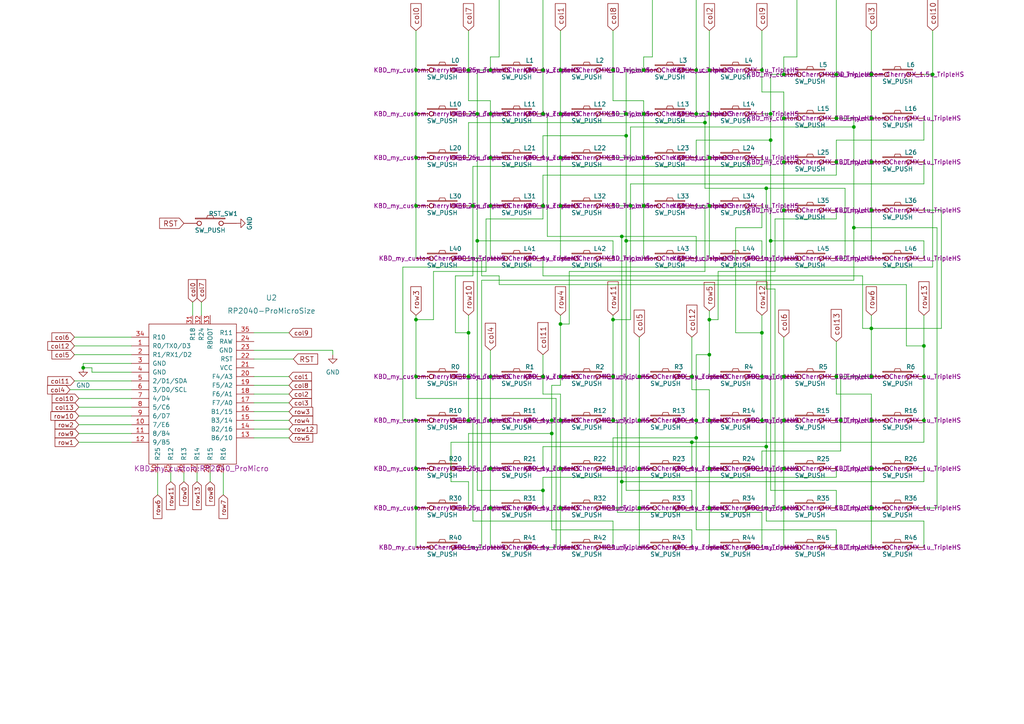
<source format=kicad_sch>
(kicad_sch (version 20231120) (generator "eeschema") (generator_version "8.0")
  (paper "A4")
  (title_block (title "Redox keyboard") (date "2018-05-05") (rev "1.0") (comment 1 "designed by Mattia Dal Ben") (comment 2 "https://github.com/mattdibi/redox-keyboard"))
  (lib_symbols
    (symbol "KBD_foostan:SW_PUSH" (pin_numbers hide) (pin_names (offset 1.016) hide)
      (property "Reference" "SW" (at 3.81 2.794 0))
      (property "Value" "SW_PUSH" (at 0 -2.032 0))
      (symbol "SW_PUSH_0_1"
        (rectangle (start -4.318 1.27) (end 4.318 1.524))
        (polyline (pts (xy -1.016 1.524) (xy -0.762 2.286) (xy 0.762 2.286) (xy 1.016 1.524)))
        (pin passive inverted (at -7.62 0 0) (length 5.08) (name "1") (number "1"))
        (pin passive inverted (at 7.62 0 180) (length 5.08) (name "2") (number "2"))
      )
    )
    (symbol "kbd:ProMicro" (pin_names (offset 1.016))
      (property "Reference" "U1" (at 22.86 26.67 0))
      (property "Value" "RP2040-ProMicroSize" (at 22.86 22.86 0))
      (symbol "ProMicro_0_1"
        (rectangle (start -12.7 19.05) (end 12.7 -21.59))
      )
      (symbol "ProMicro_1_0"
        (pin bidirectional line (at -6.35 -24.13 90) (length 2.54) (name "R12") (number "25"))
        (pin bidirectional line (at -2.54 -24.13 90) (length 2.54) (name "R13") (number "26"))
        (pin bidirectional line (at 1.27 -24.13 90) (length 2.54) (name "R14") (number "27"))
        (pin bidirectional line (at 5.08 -24.13 90) (length 2.54) (name "R15") (number "28"))
        (pin bidirectional line (at 8.89 -24.13 90) (length 2.54) (name "R16") (number "29"))
        (pin bidirectional line (at -10.16 -24.13 90) (length 2.54) (name "R25") (number "30"))
        (pin bidirectional line (at 0 21.59 270) (length 2.54) (name "R18") (number "31"))
        (pin bidirectional line (at 2.54 21.59 270) (length 2.54) (name "R24") (number "32"))
        (pin unspecified line (at 5.08 21.59 270) (length 2.54) (name "RBOOT") (number "33"))
        (pin bidirectional line (at -17.78 15.24 0) (length 5.08) (name "R10") (number "34"))
        (pin bidirectional line (at 17.78 16.51 180) (length 5.08) (name "R11") (number "35"))
      )
      (symbol "ProMicro_1_1"
        (pin bidirectional line (at -17.78 12.7 0) (length 5.08) (name "R0/TX0/D3") (number "1"))
        (pin bidirectional line (at -17.78 -10.16 0) (length 5.08) (name "7/E6") (number "10"))
        (pin bidirectional line (at -17.78 -12.7 0) (length 5.08) (name "8/B4") (number "11"))
        (pin bidirectional line (at -17.78 -15.24 0) (length 5.08) (name "9/B5") (number "12"))
        (pin bidirectional line (at 17.78 -13.97 180) (length 5.08) (name "B6/10") (number "13"))
        (pin bidirectional line (at 17.78 -11.43 180) (length 5.08) (name "B2/16") (number "14"))
        (pin bidirectional line (at 17.78 -8.89 180) (length 5.08) (name "B3/14") (number "15"))
        (pin bidirectional line (at 17.78 -6.35 180) (length 5.08) (name "B1/15") (number "16"))
        (pin bidirectional line (at 17.78 -3.81 180) (length 5.08) (name "F7/A0") (number "17"))
        (pin bidirectional line (at 17.78 -1.27 180) (length 5.08) (name "F6/A1") (number "18"))
        (pin bidirectional line (at 17.78 1.27 180) (length 5.08) (name "F5/A2") (number "19"))
        (pin bidirectional line (at -17.78 10.16 0) (length 5.08) (name "R1/RX1/D2") (number "2"))
        (pin bidirectional line (at 17.78 3.81 180) (length 5.08) (name "F4/A3") (number "20"))
        (pin power_in line (at 17.78 6.35 180) (length 5.08) (name "VCC") (number "21"))
        (pin input line (at 17.78 8.89 180) (length 5.08) (name "RST") (number "22"))
        (pin power_in line (at 17.78 11.43 180) (length 5.08) (name "GND") (number "23"))
        (pin power_out line (at 17.78 13.97 180) (length 5.08) (name "RAW") (number "24"))
        (pin power_in line (at -17.78 7.62 0) (length 5.08) (name "GND") (number "3"))
        (pin power_in line (at -17.78 5.08 0) (length 5.08) (name "GND") (number "4"))
        (pin bidirectional line (at -17.78 2.54 0) (length 5.08) (name "2/D1/SDA") (number "5"))
        (pin bidirectional line (at -17.78 0 0) (length 5.08) (name "3/D0/SCL") (number "6"))
        (pin bidirectional line (at -17.78 -2.54 0) (length 5.08) (name "4/D4") (number "7"))
        (pin bidirectional line (at -17.78 -5.08 0) (length 5.08) (name "5/C6") (number "8"))
        (pin bidirectional line (at -17.78 -7.62 0) (length 5.08) (name "6/D7") (number "9"))
      )
    )
    (symbol "power:GND" (power) (pin_names (offset 0))
      (property "Value" "GND" (at 0 -3.81 0))
      (symbol "GND_0_1"
        (polyline (pts (xy 0 0) (xy 0 -1.27) (xy 1.27 -1.27) (xy 0 -2.54) (xy -1.27 -1.27) (xy 0 -1.27)))
      )
      (symbol "GND_1_1"
        (pin power_in line (at 0 0 270) (length 0) hide (name "GND") (number "1"))
      )
    )
    (symbol "reJESK-rescue:GND" (power) (pin_names (offset 0))
      (property "Value" "GND" (at 0 -3.81 0))
      (symbol "GND_0_1"
        (polyline (pts (xy 0 0) (xy 0 -1.27) (xy 1.27 -1.27) (xy 0 -2.54) (xy -1.27 -1.27) (xy 0 -1.27)))
      )
      (symbol "GND_1_1"
        (pin power_in line (at 0 0 270) (length 0) hide (name "GND") (number "1"))
      )
    )
    (symbol "reJESK-rescue:SW_PUSH" (pin_numbers hide) (pin_names (offset 1.016) hide)
      (property "Reference" "SW" (at 3.81 2.794 0))
      (property "Value" "SW_PUSH" (at 0 -2.032 0))
      (symbol "SW_PUSH_0_1"
        (rectangle (start -4.318 1.27) (end 4.318 1.524))
        (polyline (pts (xy -1.016 1.524) (xy -0.762 2.286) (xy 0.762 2.286) (xy 1.016 1.524)))
        (pin passive inverted (at -7.62 0 0) (length 5.08) (name "1") (number "1"))
        (pin passive inverted (at 7.62 0 180) (length 5.08) (name "2") (number "2"))
      )
    )
  )
  (junction (at 180.34 139.7))
  (junction (at 160.02 121.92))
  (junction (at 252.73 147.32))
  (junction (at 162.56 147.32))
  (junction (at 162.56 109.22))
  (junction (at 247.65 36.83))
  (junction (at 120.65 20.32))
  (junction (at 120.65 59.69))
  (junction (at 242.57 21.59))
  (junction (at 243.84 121.92))
  (junction (at 204.47 35.56))
  (junction (at 142.24 135.89))
  (junction (at 181.61 69.85))
  (junction (at 138.43 69.85))
  (junction (at 162.56 59.69))
  (junction (at 220.98 121.92))
  (junction (at 162.56 33.02))
  (junction (at 201.93 33.02))
  (junction (at 220.98 20.32))
  (junction (at 223.52 69.85))
  (junction (at 205.74 92.71))
  (junction (at 137.16 59.69))
  (junction (at 205.74 20.32))
  (junction (at 185.42 135.89))
  (junction (at 252.73 121.92))
  (junction (at 160.02 125.73))
  (junction (at 242.57 109.22))
  (junction (at 223.52 40.64))
  (junction (at 222.25 129.54))
  (junction (at 135.89 109.22))
  (junction (at 120.65 135.89))
  (junction (at 157.48 20.32))
  (junction (at 142.24 33.02))
  (junction (at 267.97 121.92))
  (junction (at 120.65 109.22))
  (junction (at 120.65 45.72))
  (junction (at 182.88 59.69))
  (junction (at 181.61 39.37))
  (junction (at 186.69 20.32))
  (junction (at 181.61 33.02))
  (junction (at 142.24 109.22))
  (junction (at 120.65 92.71))
  (junction (at 242.57 46.99))
  (junction (at 227.33 60.96))
  (junction (at 142.24 45.72))
  (junction (at 205.74 102.87))
  (junction (at 201.93 127))
  (junction (at 247.65 66.04))
  (junction (at 205.74 135.89))
  (junction (at 267.97 109.22))
  (junction (at 227.33 34.29))
  (junction (at 157.48 33.02))
  (junction (at 185.42 109.22))
  (junction (at 201.93 121.92))
  (junction (at 205.74 33.02))
  (junction (at 120.65 147.32))
  (junction (at 227.33 109.22))
  (junction (at 142.24 20.32))
  (junction (at 252.73 46.99))
  (junction (at 177.8 92.71))
  (junction (at 138.43 33.02))
  (junction (at 222.25 54.61))
  (junction (at 135.89 121.92))
  (junction (at 205.74 121.92))
  (junction (at 200.66 109.22))
  (junction (at 227.33 135.89))
  (junction (at 227.33 46.99))
  (junction (at 142.24 121.92))
  (junction (at 120.65 121.92))
  (junction (at 186.69 59.69))
  (junction (at 205.74 59.69))
  (junction (at 177.8 121.92))
  (junction (at 252.73 95.25))
  (junction (at 186.69 45.72))
  (junction (at 24.13 106.68))
  (junction (at 205.74 45.72))
  (junction (at 157.48 142.24))
  (junction (at 185.42 121.92))
  (junction (at 162.56 121.92))
  (junction (at 252.73 109.22))
  (junction (at 157.48 109.22))
  (junction (at 252.73 60.96))
  (junction (at 220.98 96.52))
  (junction (at 227.33 121.92))
  (junction (at 186.69 33.02))
  (junction (at 252.73 135.89))
  (junction (at 205.74 147.32))
  (junction (at 227.33 21.59))
  (junction (at 270.51 21.59))
  (junction (at 135.89 20.32))
  (junction (at 142.24 59.69))
  (junction (at 120.65 33.02))
  (junction (at 242.57 34.29))
  (junction (at 223.52 33.02))
  (junction (at 252.73 34.29))
  (junction (at 142.24 147.32))
  (junction (at 252.73 21.59))
  (junction (at 200.66 128.27))
  (junction (at 135.89 96.52))
  (junction (at 227.33 147.32))
  (junction (at 220.98 109.22))
  (junction (at 177.8 109.22))
  (junction (at 162.56 135.89))
  (junction (at 177.8 20.32))
  (junction (at 180.34 68.58))
  (junction (at 162.56 20.32))
  (junction (at 201.93 20.32))
  (junction (at 162.56 45.72))
  (junction (at 185.42 147.32))
  (junction (at 162.56 93.98))
  (junction (at 157.48 59.69))
  (junction (at 267.97 100.33))
  (wire (pts (xy 200.66 153.67) (xy 160.02 153.67)))
  (wire (pts (xy 157.48 138.43) (xy 157.48 142.24)))
  (wire (pts (xy 186.69 45.72) (xy 186.69 33.02)))
  (wire (pts (xy 125.73 78.74) (xy 140.97 78.74)))
  (wire (pts (xy 162.56 121.92) (xy 162.56 135.89)))
  (wire (pts (xy 242.57 -1.27) (xy 242.57 21.59)))
  (wire (pts (xy 73.66 127) (xy 83.82 127)))
  (wire (pts (xy 157.48 59.69) (xy 157.48 63.5)))
  (wire (pts (xy 267.97 100.33) (xy 267.97 91.44)))
  (wire (pts (xy 227.33 109.22) (xy 227.33 121.92)))
  (wire (pts (xy 252.73 114.3) (xy 252.73 121.92)))
  (wire (pts (xy 73.66 124.46) (xy 83.82 124.46)))
  (wire (pts (xy 162.56 111.76) (xy 160.02 111.76)))
  (wire (pts (xy 267.97 139.7) (xy 267.97 135.89)))
  (wire (pts (xy 201.93 -1.27) (xy 201.93 20.32)))
  (wire (pts (xy 157.48 129.54) (xy 222.25 129.54)))
  (wire (pts (xy 158.75 33.02) (xy 157.48 33.02)))
  (wire (pts (xy 130.81 139.7) (xy 130.81 128.27)))
  (wire (pts (xy 21.59 100.33) (xy 38.1 100.33)))
  (wire (pts (xy 185.42 109.22) (xy 185.42 121.92)))
  (wire (pts (xy 273.05 95.25) (xy 273.05 60.96)))
  (wire (pts (xy 144.78 82.55) (xy 262.89 82.55)))
  (wire (pts (xy 208.28 78.74) (xy 224.79 78.74)))
  (wire (pts (xy 222.25 121.92) (xy 220.98 121.92)))
  (wire (pts (xy 142.24 29.21) (xy 142.24 33.02)))
  (wire (pts (xy 177.8 59.69) (xy 182.88 59.69)))
  (wire (pts (xy 120.65 92.71) (xy 120.65 109.22)))
  (wire (pts (xy 205.74 33.02) (xy 205.74 45.72)))
  (wire (pts (xy 231.14 16.51) (xy 227.33 16.51)))
  (wire (pts (xy 22.86 128.27) (xy 38.1 128.27)))
  (wire (pts (xy 227.33 60.96) (xy 227.33 46.99)))
  (wire (pts (xy 142.24 109.22) (xy 142.24 101.6)))
  (wire (pts (xy 162.56 33.02) (xy 162.56 45.72)))
  (wire (pts (xy 252.73 8.89) (xy 252.73 21.59)))
  (wire (pts (xy 252.73 60.96) (xy 252.73 74.93)))
  (wire (pts (xy 223.52 69.85) (xy 223.52 142.24)))
  (wire (pts (xy 220.98 109.22) (xy 220.98 96.52)))
  (wire (pts (xy 252.73 21.59) (xy 252.73 34.29)))
  (wire (pts (xy 160.02 121.92) (xy 157.48 121.92)))
  (wire (pts (xy 182.88 45.72) (xy 182.88 36.83)))
  (wire (pts (xy 220.98 69.85) (xy 181.61 69.85)))
  (wire (pts (xy 252.73 95.25) (xy 273.05 95.25)))
  (wire (pts (xy 177.8 92.71) (xy 177.8 91.44)))
  (wire (pts (xy 243.84 121.92) (xy 242.57 121.92)))
  (wire (pts (xy 250.19 80.01) (xy 250.19 95.25)))
  (wire (pts (xy 162.56 114.3) (xy 162.56 121.92)))
  (wire (pts (xy 271.78 66.04) (xy 247.65 66.04)))
  (wire (pts (xy 227.33 97.79) (xy 227.33 109.22)))
  (wire (pts (xy 200.66 109.22) (xy 200.66 113.03)))
  (wire (pts (xy 204.47 54.61) (xy 222.25 54.61)))
  (wire (pts (xy 201.93 20.32) (xy 201.93 33.02)))
  (wire (pts (xy 120.65 121.92) (xy 120.65 135.89)))
  (wire (pts (xy 22.86 125.73) (xy 38.1 125.73)))
  (wire (pts (xy 242.57 50.8) (xy 157.48 50.8)))
  (wire (pts (xy 242.57 60.96) (xy 242.57 63.5)))
  (wire (pts (xy 247.65 81.28) (xy 139.7 81.28)))
  (wire (pts (xy 139.7 158.75) (xy 135.89 158.75)))
  (wire (pts (xy 223.52 142.24) (xy 242.57 142.24)))
  (wire (pts (xy 179.07 121.92) (xy 177.8 121.92)))
  (wire (pts (xy 220.98 69.85) (xy 220.98 74.93)))
  (wire (pts (xy 224.79 147.32) (xy 220.98 147.32)))
  (wire (pts (xy 181.61 33.02) (xy 177.8 33.02)))
  (wire (pts (xy 139.7 80.01) (xy 144.78 80.01)))
  (wire (pts (xy 205.74 45.72) (xy 205.74 59.69)))
  (wire (pts (xy 271.78 147.32) (xy 271.78 66.04)))
  (wire (pts (xy 220.98 148.59) (xy 179.07 148.59)))
  (wire (pts (xy 252.73 147.32) (xy 252.73 158.75)))
  (wire (pts (xy 165.1 78.74) (xy 204.47 78.74)))
  (wire (pts (xy 200.66 128.27) (xy 200.66 135.89)))
  (wire (pts (xy 157.48 102.87) (xy 157.48 109.22)))
  (wire (pts (xy 139.7 74.93) (xy 139.7 80.01)))
  (wire (pts (xy 205.74 113.03) (xy 205.74 121.92)))
  (wire (pts (xy 182.88 59.69) (xy 182.88 92.71)))
  (wire (pts (xy 180.34 68.58) (xy 180.34 139.7)))
  (wire (pts (xy 205.74 8.89) (xy 205.74 20.32)))
  (wire (pts (xy 245.11 54.61) (xy 245.11 74.93)))
  (wire (pts (xy 162.56 45.72) (xy 162.56 59.69)))
  (wire (pts (xy 213.36 66.04) (xy 213.36 96.52)))
  (wire (pts (xy 64.77 137.16) (xy 64.77 143.51)))
  (wire (pts (xy 137.16 48.26) (xy 220.98 48.26)))
  (wire (pts (xy 96.52 101.6) (xy 96.52 102.87)))
  (wire (pts (xy 162.56 147.32) (xy 162.56 158.75)))
  (wire (pts (xy 205.74 102.87) (xy 205.74 109.22)))
  (wire (pts (xy 160.02 125.73) (xy 160.02 121.92)))
  (wire (pts (xy 204.47 78.74) (xy 204.47 59.69)))
  (wire (pts (xy 273.05 60.96) (xy 267.97 60.96)))
  (wire (pts (xy 220.98 26.67) (xy 220.98 20.32)))
  (wire (pts (xy 135.89 125.73) (xy 160.02 125.73)))
  (wire (pts (xy 185.42 147.32) (xy 185.42 158.75)))
  (wire (pts (xy 179.07 121.92) (xy 179.07 148.59)))
  (wire (pts (xy 242.57 138.43) (xy 157.48 138.43)))
  (wire (pts (xy 223.52 33.02) (xy 223.52 40.64)))
  (wire (pts (xy 177.8 74.93) (xy 177.8 69.85)))
  (wire (pts (xy 125.73 78.74) (xy 125.73 92.71)))
  (wire (pts (xy 262.89 100.33) (xy 267.97 100.33)))
  (wire (pts (xy 185.42 97.79) (xy 185.42 109.22)))
  (wire (pts (xy 227.33 121.92) (xy 227.33 135.89)))
  (wire (pts (xy 262.89 82.55) (xy 262.89 100.33)))
  (wire (pts (xy 120.65 135.89) (xy 120.65 147.32)))
  (wire (pts (xy 201.93 127) (xy 201.93 153.67)))
  (wire (pts (xy 220.98 130.81) (xy 220.98 135.89)))
  (wire (pts (xy 252.73 135.89) (xy 252.73 147.32)))
  (wire (pts (xy 205.74 102.87) (xy 201.93 102.87)))
  (wire (pts (xy 201.93 102.87) (xy 201.93 121.92)))
  (wire (pts (xy 135.89 29.21) (xy 142.24 29.21)))
  (wire (pts (xy 220.98 121.92) (xy 220.98 109.22)))
  (wire (pts (xy 177.8 121.92) (xy 177.8 109.22)))
  (wire (pts (xy 142.24 16.51) (xy 142.24 20.32)))
  (wire (pts (xy 247.65 34.29) (xy 247.65 36.83)))
  (wire (pts (xy 53.34 137.16) (xy 53.34 139.7)))
  (wire (pts (xy 55.88 87.63) (xy 55.88 91.44)))
  (wire (pts (xy 57.15 139.7) (xy 57.15 137.16)))
  (wire (pts (xy 137.16 59.69) (xy 137.16 80.01)))
  (wire (pts (xy 120.65 91.44) (xy 120.65 92.71)))
  (wire (pts (xy 205.74 92.71) (xy 208.28 92.71)))
  (wire (pts (xy 252.73 109.22) (xy 243.84 109.22)))
  (wire (pts (xy 222.25 129.54) (xy 222.25 121.92)))
  (wire (pts (xy 135.89 74.93) (xy 139.7 74.93)))
  (wire (pts (xy 160.02 111.76) (xy 160.02 121.92)))
  (wire (pts (xy 135.89 59.69) (xy 137.16 59.69)))
  (wire (pts (xy 142.24 135.89) (xy 142.24 121.92)))
  (wire (pts (xy 138.43 20.32) (xy 138.43 33.02)))
  (wire (pts (xy 242.57 21.59) (xy 242.57 34.29)))
  (wire (pts (xy 142.24 147.32) (xy 142.24 135.89)))
  (wire (pts (xy 137.16 151.13) (xy 137.16 121.92)))
  (wire (pts (xy 242.57 99.06) (xy 242.57 109.22)))
  (wire (pts (xy 205.74 59.69) (xy 205.74 74.93)))
  (wire (pts (xy 161.29 115.57) (xy 161.29 158.75)))
  (wire (pts (xy 252.73 95.25) (xy 252.73 109.22)))
  (wire (pts (xy 205.74 135.89) (xy 205.74 147.32)))
  (wire (pts (xy 223.52 40.64) (xy 223.52 69.85)))
  (wire (pts (xy 135.89 96.52) (xy 135.89 109.22)))
  (wire (pts (xy 223.52 69.85) (xy 267.97 69.85)))
  (wire (pts (xy 177.8 109.22) (xy 177.8 92.71)))
  (wire (pts (xy 177.8 29.21) (xy 177.8 20.32)))
  (wire (pts (xy 186.69 29.21) (xy 177.8 29.21)))
  (wire (pts (xy 120.65 121.92) (xy 116.84 121.92)))
  (wire (pts (xy 139.7 81.28) (xy 139.7 158.75)))
  (wire (pts (xy 186.69 20.32) (xy 181.61 20.32)))
  (wire (pts (xy 243.84 109.22) (xy 243.84 121.92)))
  (wire (pts (xy 120.65 45.72) (xy 120.65 59.69)))
  (wire (pts (xy 205.74 92.71) (xy 205.74 102.87)))
  (wire (pts (xy 132.08 80.01) (xy 132.08 96.52)))
  (wire (pts (xy 158.75 68.58) (xy 180.34 68.58)))
  (wire (pts (xy 177.8 8.89) (xy 177.8 20.32)))
  (wire (pts (xy 220.98 20.32) (xy 220.98 8.89)))
  (wire (pts (xy 224.79 63.5) (xy 224.79 78.74)))
  (wire (pts (xy 267.97 69.85) (xy 267.97 74.93)))
  (wire (pts (xy 157.48 74.93) (xy 157.48 80.01)))
  (wire (pts (xy 205.74 90.17) (xy 205.74 92.71)))
  (wire (pts (xy 73.66 104.14) (xy 85.09 104.14)))
  (wire (pts (xy 157.48 114.3) (xy 162.56 114.3)))
  (wire (pts (xy 267.97 121.92) (xy 267.97 109.22)))
  (wire (pts (xy 162.56 109.22) (xy 162.56 111.76)))
  (wire (pts (xy 142.24 33.02) (xy 142.24 45.72)))
  (wire (pts (xy 157.48 50.8) (xy 157.48 59.69)))
  (wire (pts (xy 157.48 142.24) (xy 157.48 147.32)))
  (wire (pts (xy 186.69 59.69) (xy 186.69 45.72)))
  (wire (pts (xy 205.74 147.32) (xy 205.74 158.75)))
  (wire (pts (xy 242.57 63.5) (xy 224.79 63.5)))
  (wire (pts (xy 189.23 16.51) (xy 186.69 16.51)))
  (wire (pts (xy 222.25 54.61) (xy 245.11 54.61)))
  (wire (pts (xy 135.89 8.89) (xy 135.89 20.32)))
  (wire (pts (xy 21.59 110.49) (xy 38.1 110.49)))
  (wire (pts (xy 227.33 46.99) (xy 227.33 34.29)))
  (wire (pts (xy 22.86 120.65) (xy 38.1 120.65)))
  (wire (pts (xy 49.53 139.7) (xy 49.53 137.16)))
  (wire (pts (xy 267.97 158.75) (xy 267.97 151.13)))
  (wire (pts (xy 223.52 21.59) (xy 223.52 33.02)))
  (wire (pts (xy 200.66 97.79) (xy 200.66 109.22)))
  (wire (pts (xy 182.88 92.71) (xy 177.8 92.71)))
  (wire (pts (xy 120.65 8.89) (xy 120.65 20.32)))
  (wire (pts (xy 38.1 105.41) (xy 24.13 105.41)))
  (wire (pts (xy 157.48 135.89) (xy 157.48 129.54)))
  (wire (pts (xy 270.51 21.59) (xy 267.97 21.59)))
  (wire (pts (xy 247.65 66.04) (xy 247.65 81.28)))
  (wire (pts (xy 137.16 59.69) (xy 137.16 48.26)))
  (wire (pts (xy 267.97 53.34) (xy 267.97 46.99)))
  (wire (pts (xy 38.1 107.95) (xy 26.67 107.95)))
  (wire (pts (xy 267.97 147.32) (xy 271.78 147.32)))
  (wire (pts (xy 243.84 130.81) (xy 220.98 130.81)))
  (wire (pts (xy 204.47 35.56) (xy 204.47 54.61)))
  (wire (pts (xy 252.73 121.92) (xy 252.73 135.89)))
  (wire (pts (xy 138.43 33.02) (xy 138.43 69.85)))
  (wire (pts (xy 162.56 135.89) (xy 162.56 147.32)))
  (wire (pts (xy 138.43 69.85) (xy 138.43 142.24)))
  (wire (pts (xy 242.57 46.99) (xy 242.57 50.8)))
  (wire (pts (xy 181.61 69.85) (xy 181.61 142.24)))
  (wire (pts (xy 157.48 39.37) (xy 181.61 39.37)))
  (wire (pts (xy 181.61 20.32) (xy 181.61 33.02)))
  (wire (pts (xy 73.66 119.38) (xy 83.82 119.38)))
  (wire (pts (xy 177.8 151.13) (xy 137.16 151.13)))
  (wire (pts (xy 220.98 96.52) (xy 220.98 91.44)))
  (wire (pts (xy 165.1 78.74) (xy 165.1 93.98)))
  (wire (pts (xy 181.61 142.24) (xy 200.66 142.24)))
  (wire (pts (xy 142.24 20.32) (xy 138.43 20.32)))
  (wire (pts (xy 22.86 118.11) (xy 38.1 118.11)))
  (wire (pts (xy 182.88 53.34) (xy 182.88 59.69)))
  (wire (pts (xy 158.75 68.58) (xy 158.75 33.02)))
  (wire (pts (xy 242.57 142.24) (xy 242.57 147.32)))
  (wire (pts (xy 242.57 109.22) (xy 242.57 114.3)))
  (wire (pts (xy 138.43 33.02) (xy 135.89 33.02)))
  (wire (pts (xy 162.56 20.32) (xy 162.56 33.02)))
  (wire (pts (xy 224.79 83.82) (xy 224.79 147.32)))
  (wire (pts (xy 142.24 45.72) (xy 142.24 59.69)))
  (wire (pts (xy 120.65 147.32) (xy 120.65 158.75)))
  (wire (pts (xy 157.48 45.72) (xy 157.48 39.37)))
  (wire (pts (xy 200.66 142.24) (xy 200.66 147.32)))
  (wire (pts (xy 220.98 66.04) (xy 213.36 66.04)))
  (wire (pts (xy 162.56 59.69) (xy 162.56 74.93)))
  (wire (pts (xy 21.59 102.87) (xy 38.1 102.87)))
  (wire (pts (xy 73.66 114.3) (xy 83.82 114.3)))
  (wire (pts (xy 142.24 147.32) (xy 142.24 158.75)))
  (wire (pts (xy 250.19 95.25) (xy 252.73 95.25)))
  (wire (pts (xy 144.78 16.51) (xy 142.24 16.51)))
  (wire (pts (xy 201.93 121.92) (xy 200.66 121.92)))
  (wire (pts (xy 220.98 59.69) (xy 220.98 66.04)))
  (wire (pts (xy 177.8 45.72) (xy 182.88 45.72)))
  (wire (pts (xy 227.33 16.51) (xy 227.33 21.59)))
  (wire (pts (xy 116.84 77.47) (xy 116.84 121.92)))
  (wire (pts (xy 162.56 91.44) (xy 162.56 93.98)))
  (wire (pts (xy 227.33 74.93) (xy 227.33 60.96)))
  (wire (pts (xy 220.98 48.26) (xy 220.98 45.72)))
  (wire (pts (xy 135.89 20.32) (xy 135.89 29.21)))
  (wire (pts (xy 24.13 105.41) (xy 24.13 106.68)))
  (wire (pts (xy 270.51 77.47) (xy 270.51 21.59)))
  (wire (pts (xy 22.86 115.57) (xy 38.1 115.57)))
  (wire (pts (xy 220.98 158.75) (xy 220.98 148.59)))
  (wire (pts (xy 227.33 26.67) (xy 220.98 26.67)))
  (wire (pts (xy 222.25 83.82) (xy 224.79 83.82)))
  (wire (pts (xy 26.67 106.68) (xy 24.13 106.68)))
  (wire (pts (xy 120.65 59.69) (xy 120.65 74.93)))
  (wire (pts (xy 73.66 116.84) (xy 83.82 116.84)))
  (wire (pts (xy 177.8 158.75) (xy 177.8 151.13)))
  (wire (pts (xy 182.88 53.34) (xy 267.97 53.34)))
  (wire (pts (xy 135.89 91.44) (xy 135.89 96.52)))
  (wire (pts (xy 180.34 68.58) (xy 201.93 68.58)))
  (wire (pts (xy 135.89 147.32) (xy 135.89 139.7)))
  (wire (pts (xy 267.97 109.22) (xy 267.97 100.33)))
  (wire (pts (xy 58.42 91.44) (xy 58.42 87.63)))
  (wire (pts (xy 252.73 91.44) (xy 252.73 95.25)))
  (wire (pts (xy 247.65 36.83) (xy 247.65 66.04)))
  (wire (pts (xy 83.82 96.52) (xy 73.66 96.52)))
  (wire (pts (xy 120.65 33.02) (xy 120.65 45.72)))
  (wire (pts (xy 204.47 59.69) (xy 201.93 59.69)))
  (wire (pts (xy 135.89 135.89) (xy 135.89 125.73)))
  (wire (pts (xy 200.66 158.75) (xy 200.66 153.67)))
  (wire (pts (xy 245.11 74.93) (xy 242.57 74.93)))
  (wire (pts (xy 73.66 111.76) (xy 83.82 111.76)))
  (wire (pts (xy 223.52 33.02) (xy 220.98 33.02)))
  (wire (pts (xy 222.25 151.13) (xy 222.25 129.54)))
  (wire (pts (xy 96.52 101.6) (xy 73.66 101.6)))
  (wire (pts (xy 204.47 33.02) (xy 204.47 35.56)))
  (wire (pts (xy 181.61 39.37) (xy 181.61 69.85)))
  (wire (pts (xy 157.48 63.5) (xy 140.97 63.5)))
  (wire (pts (xy 185.42 135.89) (xy 185.42 147.32)))
  (wire (pts (xy 45.72 137.16) (xy 45.72 143.51)))
  (wire (pts (xy 267.97 34.29) (xy 267.97 40.64)))
  (wire (pts (xy 205.74 121.92) (xy 205.74 135.89)))
  (wire (pts (xy 177.8 127) (xy 177.8 135.89)))
  (wire (pts (xy 186.69 74.93) (xy 186.69 59.69)))
  (wire (pts (xy 267.97 121.92) (xy 267.97 128.27)))
  (wire (pts (xy 137.16 121.92) (xy 135.89 121.92)))
  (wire (pts (xy 213.36 96.52) (xy 220.98 96.52)))
  (wire (pts (xy 162.56 93.98) (xy 162.56 109.22)))
  (wire (pts (xy 83.82 109.22) (xy 73.66 109.22)))
  (wire (pts (xy 20.32 113.03) (xy 38.1 113.03)))
  (wire (pts (xy 120.65 109.22) (xy 120.65 115.57)))
  (wire (pts (xy 208.28 92.71) (xy 208.28 78.74)))
  (wire (pts (xy 231.14 -1.27) (xy 231.14 16.51)))
  (wire (pts (xy 242.57 34.29) (xy 247.65 34.29)))
  (wire (pts (xy 200.66 128.27) (xy 267.97 128.27)))
  (wire (pts (xy 162.56 8.89) (xy 162.56 20.32)))
  (wire (pts (xy 205.74 20.32) (xy 205.74 33.02)))
  (wire (pts (xy 242.57 40.64) (xy 242.57 46.99)))
  (wire (pts (xy 130.81 128.27) (xy 200.66 128.27)))
  (wire (pts (xy 180.34 139.7) (xy 180.34 147.32)))
  (wire (pts (xy 189.23 -1.27) (xy 189.23 16.51)))
  (wire (pts (xy 201.93 74.93) (xy 201.93 68.58)))
  (wire (pts (xy 227.33 135.89) (xy 227.33 147.32)))
  (wire (pts (xy 132.08 96.52) (xy 135.89 96.52)))
  (wire (pts (xy 182.88 36.83) (xy 247.65 36.83)))
  (wire (pts (xy 270.51 8.89) (xy 270.51 21.59)))
  (wire (pts (xy 160.02 153.67) (xy 160.02 125.73)))
  (wire (pts (xy 201.93 121.92) (xy 201.93 127)))
  (wire (pts (xy 177.8 127) (xy 201.93 127)))
  (wire (pts (xy 185.42 121.92) (xy 185.42 135.89)))
  (wire (pts (xy 201.93 153.67) (xy 242.57 153.67)))
  (wire (pts (xy 201.93 40.64) (xy 201.93 45.72)))
  (wire (pts (xy 137.16 80.01) (xy 132.08 80.01)))
  (wire (pts (xy 157.48 80.01) (xy 250.19 80.01)))
  (wire (pts (xy 144.78 80.01) (xy 144.78 82.55)))
  (wire (pts (xy 201.93 33.02) (xy 204.47 33.02)))
  (wire (pts (xy 267.97 40.64) (xy 242.57 40.64)))
  (wire (pts (xy 135.89 45.72) (xy 135.89 35.56)))
  (wire (pts (xy 26.67 107.95) (xy 26.67 106.68)))
  (wire (pts (xy 242.57 114.3) (xy 252.73 114.3)))
  (wire (pts (xy 140.97 78.74) (xy 140.97 63.5)))
  (wire (pts (xy 186.69 16.51) (xy 186.69 20.32)))
  (wire (pts (xy 157.48 20.32) (xy 157.48 33.02)))
  (wire (pts (xy 165.1 93.98) (xy 162.56 93.98)))
  (wire (pts (xy 242.57 135.89) (xy 242.57 138.43)))
  (wire (pts (xy 142.24 121.92) (xy 142.24 109.22)))
  (wire (pts (xy 227.33 147.32) (xy 227.33 158.75)))
  (wire (pts (xy 227.33 34.29) (xy 227.33 26.67)))
  (wire (pts (xy 267.97 151.13) (xy 222.25 151.13)))
  (wire (pts (xy 200.66 113.03) (xy 205.74 113.03)))
  (wire (pts (xy 73.66 121.92) (xy 83.82 121.92)))
  (wire (pts (xy 21.59 97.79) (xy 38.1 97.79)))
  (wire (pts (xy 144.78 -2.54) (xy 144.78 16.51)))
  (wire (pts (xy 116.84 77.47) (xy 270.51 77.47)))
  (wire (pts (xy 186.69 33.02) (xy 186.69 29.21)))
  (wire (pts (xy 125.73 92.71) (xy 120.65 92.71)))
  (wire (pts (xy 181.61 39.37) (xy 181.61 33.02)))
  (wire (pts (xy 135.89 109.22) (xy 135.89 121.92)))
  (wire (pts (xy 243.84 121.92) (xy 243.84 130.81)))
  (wire (pts (xy 242.57 153.67) (xy 242.57 158.75)))
  (wire (pts (xy 138.43 142.24) (xy 157.48 142.24)))
  (wire (pts (xy 180.34 147.32) (xy 177.8 147.32)))
  (wire (pts (xy 157.48 109.22) (xy 157.48 114.3)))
  (wire (pts (xy 157.48 20.32) (xy 157.48 -2.54)))
  (wire (pts (xy 252.73 46.99) (xy 252.73 60.96)))
  (wire (pts (xy 180.34 139.7) (xy 267.97 139.7)))
  (wire (pts (xy 222.25 54.61) (xy 222.25 83.82)))
  (wire (pts (xy 227.33 21.59) (xy 223.52 21.59)))
  (wire (pts (xy 142.24 59.69) (xy 142.24 74.93)))
  (wire (pts (xy 120.65 115.57) (xy 161.29 115.57)))
  (wire (pts (xy 120.65 20.32) (xy 120.65 33.02)))
  (wire (pts (xy 223.52 40.64) (xy 201.93 40.64)))
  (wire (pts (xy 22.86 123.19) (xy 38.1 123.19)))
  (wire (pts (xy 161.29 158.75) (xy 157.48 158.75)))
  (wire (pts (xy 60.96 139.7) (xy 60.96 137.16)))
  (wire (pts (xy 138.43 69.85) (xy 177.8 69.85)))
  (wire (pts (xy 135.89 35.56) (xy 204.47 35.56)))
  (wire (pts (xy 135.89 139.7) (xy 130.81 139.7)))
  (wire (pts (xy 252.73 34.29) (xy 252.73 46.99)))
  (global_label "row3" (shape input) (at 83.82 119.38 0) (property "Intersheetrefs" "${INTERSHEET_REFS}" (effects (hide yes))))
  (global_label "row4" (shape input) (at 83.82 121.92 0) (property "Intersheetrefs" "${INTERSHEET_REFS}" (effects (hide yes))))
  (global_label "col1" (shape input) (at 83.82 109.22 0) (property "Intersheetrefs" "${INTERSHEET_REFS}" (effects (hide yes))))
  (global_label "row10" (shape input) (at 22.86 120.65 180) (property "Intersheetrefs" "${INTERSHEET_REFS}" (effects (hide yes))))
  (global_label "col10" (shape input) (at 270.51 8.89 90) (effects (font (size 1.524 1.524))) (property "Intersheetrefs" "${INTERSHEET_REFS}" (effects (hide yes))))
  (global_label "col13" (shape input) (at 22.86 118.11 180) (property "Intersheetrefs" "${INTERSHEET_REFS}" (effects (hide yes))))
  (global_label "col6" (shape input) (at 227.33 97.79 90) (effects (font (size 1.524 1.524))) (property "Intersheetrefs" "${INTERSHEET_REFS}" (effects (hide yes))))
  (global_label "col12" (shape input) (at 200.66 97.79 90) (effects (font (size 1.524 1.524))) (property "Intersheetrefs" "${INTERSHEET_REFS}" (effects (hide yes))))
  (global_label "RST" (shape input) (at 85.09 104.14 0) (effects (font (size 1.524 1.524))) (property "Intersheetrefs" "${INTERSHEET_REFS}" (effects (hide yes))))
  (global_label "RST" (shape input) (at 53.34 64.77 180) (effects (font (size 1.524 1.524))) (property "Intersheetrefs" "${INTERSHEET_REFS}" (effects (hide yes))))
  (global_label "row9" (shape input) (at 242.57 -1.27 90) (effects (font (size 1.524 1.524))) (property "Intersheetrefs" "${INTERSHEET_REFS}" (effects (hide yes))))
  (global_label "row3" (shape input) (at 120.65 91.44 90) (effects (font (size 1.524 1.524))) (property "Intersheetrefs" "${INTERSHEET_REFS}" (effects (hide yes))))
  (global_label "row0" (shape input) (at 53.34 139.7 270) (property "Intersheetrefs" "${INTERSHEET_REFS}" (effects (hide yes))))
  (global_label "col4" (shape input) (at 20.32 113.03 180) (property "Intersheetrefs" "${INTERSHEET_REFS}" (effects (hide yes))))
  (global_label "row8" (shape input) (at 60.96 139.7 270) (property "Intersheetrefs" "${INTERSHEET_REFS}" (effects (hide yes))))
  (global_label "row12" (shape input) (at 220.98 91.44 90) (effects (font (size 1.524 1.524))) (property "Intersheetrefs" "${INTERSHEET_REFS}" (effects (hide yes))))
  (global_label "row13" (shape input) (at 267.97 91.44 90) (effects (font (size 1.524 1.524))) (property "Intersheetrefs" "${INTERSHEET_REFS}" (effects (hide yes))))
  (global_label "col1" (shape input) (at 162.56 8.89 90) (effects (font (size 1.524 1.524))) (property "Intersheetrefs" "${INTERSHEET_REFS}" (effects (hide yes))))
  (global_label "row1" (shape input) (at 189.23 -1.27 90) (effects (font (size 1.524 1.524))) (property "Intersheetrefs" "${INTERSHEET_REFS}" (effects (hide yes))))
  (global_label "col9" (shape input) (at 220.98 8.89 90) (effects (font (size 1.524 1.524))) (property "Intersheetrefs" "${INTERSHEET_REFS}" (effects (hide yes))))
  (global_label "row6" (shape input) (at 45.72 143.51 270) (property "Intersheetrefs" "${INTERSHEET_REFS}" (effects (hide yes))))
  (global_label "col8" (shape input) (at 83.82 111.76 0) (property "Intersheetrefs" "${INTERSHEET_REFS}" (effects (hide yes))))
  (global_label "col11" (shape input) (at 157.48 102.87 90) (effects (font (size 1.524 1.524))) (property "Intersheetrefs" "${INTERSHEET_REFS}" (effects (hide yes))))
  (global_label "col7" (shape input) (at 58.42 87.63 90) (property "Intersheetrefs" "${INTERSHEET_REFS}" (effects (hide yes))))
  (global_label "col4" (shape input) (at 142.24 101.6 90) (effects (font (size 1.524 1.524))) (property "Intersheetrefs" "${INTERSHEET_REFS}" (effects (hide yes))))
  (global_label "col10" (shape input) (at 22.86 115.57 180) (property "Intersheetrefs" "${INTERSHEET_REFS}" (effects (hide yes))))
  (global_label "col12" (shape input) (at 21.59 100.33 180) (property "Intersheetrefs" "${INTERSHEET_REFS}" (effects (hide yes))))
  (global_label "row2" (shape input) (at 22.86 123.19 180) (property "Intersheetrefs" "${INTERSHEET_REFS}" (effects (hide yes))))
  (global_label "row4" (shape input) (at 162.56 91.44 90) (effects (font (size 1.524 1.524))) (property "Intersheetrefs" "${INTERSHEET_REFS}" (effects (hide yes))))
  (global_label "row11" (shape input) (at 177.8 91.44 90) (effects (font (size 1.524 1.524))) (property "Intersheetrefs" "${INTERSHEET_REFS}" (effects (hide yes))))
  (global_label "col11" (shape input) (at 21.59 110.49 180) (property "Intersheetrefs" "${INTERSHEET_REFS}" (effects (hide yes))))
  (global_label "col8" (shape input) (at 177.8 8.89 90) (effects (font (size 1.524 1.524))) (property "Intersheetrefs" "${INTERSHEET_REFS}" (effects (hide yes))))
  (global_label "col5" (shape input) (at 185.42 97.79 90) (effects (font (size 1.524 1.524))) (property "Intersheetrefs" "${INTERSHEET_REFS}" (effects (hide yes))))
  (global_label "col3" (shape input) (at 252.73 8.89 90) (effects (font (size 1.524 1.524))) (property "Intersheetrefs" "${INTERSHEET_REFS}" (effects (hide yes))))
  (global_label "row13" (shape input) (at 57.15 139.7 270) (property "Intersheetrefs" "${INTERSHEET_REFS}" (effects (hide yes))))
  (global_label "row10" (shape input) (at 135.89 91.44 90) (effects (font (size 1.524 1.524))) (property "Intersheetrefs" "${INTERSHEET_REFS}" (effects (hide yes))))
  (global_label "col6" (shape input) (at 21.59 97.79 180) (property "Intersheetrefs" "${INTERSHEET_REFS}" (effects (hide yes))))
  (global_label "row6" (shape input) (at 252.73 91.44 90) (effects (font (size 1.524 1.524))) (property "Intersheetrefs" "${INTERSHEET_REFS}" (effects (hide yes))))
  (global_label "row2" (shape input) (at 231.14 -1.27 90) (effects (font (size 1.524 1.524))) (property "Intersheetrefs" "${INTERSHEET_REFS}" (effects (hide yes))))
  (global_label "col5" (shape input) (at 21.59 102.87 180) (property "Intersheetrefs" "${INTERSHEET_REFS}" (effects (hide yes))))
  (global_label "row5" (shape input) (at 83.82 127 0) (property "Intersheetrefs" "${INTERSHEET_REFS}" (effects (hide yes))))
  (global_label "col7" (shape input) (at 135.89 8.89 90) (effects (font (size 1.524 1.524))) (property "Intersheetrefs" "${INTERSHEET_REFS}" (effects (hide yes))))
  (global_label "row12" (shape input) (at 83.82 124.46 0) (property "Intersheetrefs" "${INTERSHEET_REFS}" (effects (hide yes))))
  (global_label "col2" (shape input) (at 205.74 8.89 90) (effects (font (size 1.524 1.524))) (property "Intersheetrefs" "${INTERSHEET_REFS}" (effects (hide yes))))
  (global_label "row11" (shape input) (at 49.53 139.7 270) (property "Intersheetrefs" "${INTERSHEET_REFS}" (effects (hide yes))))
  (global_label "col2" (shape input) (at 83.82 114.3 0) (property "Intersheetrefs" "${INTERSHEET_REFS}" (effects (hide yes))))
  (global_label "row1" (shape input) (at 22.86 128.27 180) (property "Intersheetrefs" "${INTERSHEET_REFS}" (effects (hide yes))))
  (global_label "row0" (shape input) (at 144.78 -2.54 90) (effects (font (size 1.524 1.524))) (property "Intersheetrefs" "${INTERSHEET_REFS}" (effects (hide yes))))
  (global_label "col3" (shape input) (at 83.82 116.84 0) (property "Intersheetrefs" "${INTERSHEET_REFS}" (effects (hide yes))))
  (global_label "row9" (shape input) (at 22.86 125.73 180) (property "Intersheetrefs" "${INTERSHEET_REFS}" (effects (hide yes))))
  (global_label "row5" (shape input) (at 205.74 90.17 90) (effects (font (size 1.524 1.524))) (property "Intersheetrefs" "${INTERSHEET_REFS}" (effects (hide yes))))
  (global_label "col13" (shape input) (at 242.57 99.06 90) (effects (font (size 1.524 1.524))) (property "Intersheetrefs" "${INTERSHEET_REFS}" (effects (hide yes))))
  (global_label "row8" (shape input) (at 201.93 -1.27 90) (effects (font (size 1.524 1.524))) (property "Intersheetrefs" "${INTERSHEET_REFS}" (effects (hide yes))))
  (global_label "row7" (shape input) (at 64.77 143.51 270) (property "Intersheetrefs" "${INTERSHEET_REFS}" (effects (hide yes))))
  (global_label "row7" (shape input) (at 157.48 -2.54 90) (effects (font (size 1.524 1.524))) (property "Intersheetrefs" "${INTERSHEET_REFS}" (effects (hide yes))))
  (global_label "col9" (shape input) (at 83.82 96.52 0) (property "Intersheetrefs" "${INTERSHEET_REFS}" (effects (hide yes))))
  (global_label "col0" (shape input) (at 120.65 8.89 90) (effects (font (size 1.524 1.524))) (property "Intersheetrefs" "${INTERSHEET_REFS}" (effects (hide yes))))
  (global_label "col0" (shape input) (at 55.88 87.63 90) (property "Intersheetrefs" "${INTERSHEET_REFS}" (effects (hide yes))))
  (symbol (lib_id "reJESK-rescue:SW_PUSH") (at 60.96 64.77 0) (unit 1)
    (property "Reference" "RST_SW1" (at 64.77 61.976 0))
    (property "Value" "SW_PUSH" (at 60.96 66.802 0))
    (property "Footprint" "Buttons_Switches_ThroughHole:SW_PUSH_6mm_h4.3mm" (effects (hide yes)))
  )
  (symbol (lib_id "KBD_foostan:SW_PUSH") (at 128.27 20.32 0) (unit 1)
    (property "Reference" "L0" (at 132.08 17.526 0))
    (property "Value" "SW_PUSH" (at 128.27 22.352 0))
    (property "Footprint" "KBD_my_custom:CherryMX_1.25u_TripleHS" (at 128.27 20.32 0))
  )
  (symbol (lib_id "reJESK-rescue:GND") (at 68.58 64.77 90) (unit 1)
    (property "Reference" "#PWR05" (effects (hide yes)))
    (property "Value" "GND" (at 72.39 64.77 0))
  )
  (symbol (lib_id "KBD_foostan:SW_PUSH") (at 260.35 60.96 0) (unit 1)
    (property "Reference" "L36" (at 264.16 58.166 0))
    (property "Value" "SW_PUSH" (at 260.35 62.992 0))
    (property "Footprint" "KBD_my_custom:CherryMX_1u_TripleHS" (at 260.35 60.96 0))
  )
  (symbol (lib_id "KBD_foostan:SW_PUSH") (at 260.35 46.99 0) (unit 1)
    (property "Reference" "L26" (at 264.16 44.196 0))
    (property "Value" "SW_PUSH" (at 260.35 49.022 0))
    (property "Footprint" "KBD_my_custom:CherryMX_1u_TripleHS" (at 260.35 46.99 0))
  )
  (symbol (lib_id "KBD_foostan:SW_PUSH") (at 193.04 147.32 0) (unit 1)
    (property "Reference" "R33" (at 196.85 144.526 0))
    (property "Value" "SW_PUSH" (at 193.04 149.352 0))
    (property "Footprint" "KBD_my_custom:CherryMX_1u_TripleHS" (at 193.04 147.32 0))
  )
  (symbol (lib_id "KBD_foostan:SW_PUSH") (at 194.31 33.02 0) (unit 1)
    (property "Reference" "L13" (at 198.12 30.226 0))
    (property "Value" "SW_PUSH" (at 194.31 35.052 0))
    (property "Footprint" "KBD_my_custom:CherryMX_1u_TripleHS" (at 194.31 33.02 0))
  )
  (symbol (lib_id "KBD_foostan:SW_PUSH") (at 260.35 158.75 0) (unit 1)
    (property "Reference" "R46" (at 264.16 155.956 0))
    (property "Value" "SW_PUSH" (at 260.35 160.782 0))
    (property "Footprint" "KBD_my_custom:CherryMX_1u_TripleHS" (at 260.35 158.75 0))
  )
  (symbol (lib_id "KBD_foostan:SW_PUSH") (at 213.36 74.93 0) (unit 1)
    (property "Reference" "L44" (at 217.17 72.136 0))
    (property "Value" "SW_PUSH" (at 213.36 76.962 0))
    (property "Footprint" "KBD_my_custom:CherryMX_1u_TripleHS" (at 213.36 74.93 0))
  )
  (symbol (lib_id "KBD_foostan:SW_PUSH") (at 213.36 45.72 0) (unit 1)
    (property "Reference" "L24" (at 217.17 42.926 0))
    (property "Value" "SW_PUSH" (at 213.36 47.752 0))
    (property "Footprint" "KBD_my_custom:CherryMX_1u_TripleHS" (at 213.36 45.72 0))
  )
  (symbol (lib_id "KBD_foostan:SW_PUSH") (at 128.27 109.22 0) (unit 1)
    (property "Reference" "R0" (at 132.08 106.426 0))
    (property "Value" "SW_PUSH" (at 128.27 111.252 0))
    (property "Footprint" "KBD_my_custom:CherryMX_1.25u_TripleHS" (at 128.27 109.22 0))
  )
  (symbol (lib_id "KBD_foostan:SW_PUSH") (at 170.18 20.32 0) (unit 1)
    (property "Reference" "L2" (at 173.99 17.526 0))
    (property "Value" "SW_PUSH" (at 170.18 22.352 0))
    (property "Footprint" "KBD_my_custom:CherryMX_1u_TripleHS" (at 170.18 20.32 0))
  )
  (symbol (lib_id "KBD_foostan:SW_PUSH") (at 193.04 135.89 0) (unit 1)
    (property "Reference" "R23" (at 196.85 133.096 0))
    (property "Value" "SW_PUSH" (at 193.04 137.922 0))
    (property "Footprint" "KBD_my_custom:CherryMX_1u_TripleHS" (at 193.04 135.89 0))
  )
  (symbol (lib_id "KBD_foostan:SW_PUSH") (at 149.86 135.89 0) (unit 1)
    (property "Reference" "R21" (at 153.67 133.096 0))
    (property "Value" "SW_PUSH" (at 149.86 137.922 0))
    (property "Footprint" "KBD_my_custom:CherryMX_1u_TripleHS" (at 149.86 135.89 0))
  )
  (symbol (lib_id "KBD_foostan:SW_PUSH") (at 194.31 59.69 0) (unit 1)
    (property "Reference" "L33" (at 198.12 56.896 0))
    (property "Value" "SW_PUSH" (at 194.31 61.722 0))
    (property "Footprint" "KBD_my_custom:CherryMX_1u_TripleHS" (at 194.31 59.69 0))
  )
  (symbol (lib_id "KBD_foostan:SW_PUSH") (at 213.36 135.89 0) (unit 1)
    (property "Reference" "R24" (at 217.17 133.096 0))
    (property "Value" "SW_PUSH" (at 213.36 137.922 0))
    (property "Footprint" "KBD_my_custom:CherryMX_1u_TripleHS" (at 213.36 135.89 0))
  )
  (symbol (lib_id "KBD_foostan:SW_PUSH") (at 128.27 74.93 0) (unit 1)
    (property "Reference" "L40" (at 132.08 72.136 0))
    (property "Value" "SW_PUSH" (at 128.27 76.962 0))
    (property "Footprint" "KBD_my_custom:CherryMX_1u_TripleHS" (at 128.27 74.93 0))
  )
  (symbol (lib_id "KBD_foostan:SW_PUSH") (at 260.35 74.93 0) (unit 1)
    (property "Reference" "L46" (at 264.16 72.136 0))
    (property "Value" "SW_PUSH" (at 260.35 76.962 0))
    (property "Footprint" "KBD_my_custom:CherryMX_1u_TripleHS" (at 260.35 74.93 0))
  )
  (symbol (lib_id "KBD_foostan:SW_PUSH") (at 260.35 21.59 0) (unit 1)
    (property "Reference" "L6" (at 264.16 18.796 0))
    (property "Value" "SW_PUSH" (at 260.35 23.622 0))
    (property "Footprint" "KBD_my_custom:CherryMX_1.5u_TripleHS" (at 260.35 21.59 0))
  )
  (symbol (lib_id "KBD_foostan:SW_PUSH") (at 213.36 59.69 0) (unit 1)
    (property "Reference" "L34" (at 217.17 56.896 0))
    (property "Value" "SW_PUSH" (at 213.36 61.722 0))
    (property "Footprint" "KBD_my_custom:CherryMX_1u_TripleHS" (at 213.36 59.69 0))
  )
  (symbol (lib_id "KBD_foostan:SW_PUSH") (at 213.36 109.22 0) (unit 1)
    (property "Reference" "R4" (at 217.17 106.426 0))
    (property "Value" "SW_PUSH" (at 213.36 111.252 0))
    (property "Footprint" "KBD_my_custom:CherryMX_1u_TripleHS" (at 213.36 109.22 0))
  )
  (symbol (lib_id "KBD_foostan:SW_PUSH") (at 149.86 59.69 0) (unit 1)
    (property "Reference" "L31" (at 153.67 56.896 0))
    (property "Value" "SW_PUSH" (at 149.86 61.722 0))
    (property "Footprint" "KBD_my_custom:CherryMX_1u_TripleHS" (at 149.86 59.69 0))
  )
  (symbol (lib_id "KBD_foostan:SW_PUSH") (at 213.36 147.32 0) (unit 1)
    (property "Reference" "R34" (at 217.17 144.526 0))
    (property "Value" "SW_PUSH" (at 213.36 149.352 0))
    (property "Footprint" "KBD_my_custom:CherryMX_1u_TripleHS" (at 213.36 147.32 0))
  )
  (symbol (lib_id "KBD_foostan:SW_PUSH") (at 234.95 158.75 0) (unit 1)
    (property "Reference" "R45" (at 238.76 155.956 0))
    (property "Value" "SW_PUSH" (at 234.95 160.782 0))
    (property "Footprint" "KBD_my_custom:CherryMX_1u_TripleHS" (at 234.95 158.75 0))
  )
  (symbol (lib_id "KBD_foostan:SW_PUSH") (at 193.04 121.92 0) (unit 1)
    (property "Reference" "R13" (at 196.85 119.126 0))
    (property "Value" "SW_PUSH" (at 193.04 123.952 0))
    (property "Footprint" "KBD_my_custom:CherryMX_1u_TripleHS" (at 193.04 121.92 0))
  )
  (symbol (lib_id "KBD_foostan:SW_PUSH") (at 149.86 121.92 0) (unit 1)
    (property "Reference" "R11" (at 153.67 119.126 0))
    (property "Value" "SW_PUSH" (at 149.86 123.952 0))
    (property "Footprint" "KBD_my_custom:CherryMX_1u_TripleHS" (at 149.86 121.92 0))
  )
  (symbol (lib_id "KBD_foostan:SW_PUSH") (at 128.27 33.02 0) (unit 1)
    (property "Reference" "L10" (at 132.08 30.226 0))
    (property "Value" "SW_PUSH" (at 128.27 35.052 0))
    (property "Footprint" "KBD_my_custom:CherryMX_1.25u_TripleHS" (at 128.27 33.02 0))
  )
  (symbol (lib_id "KBD_foostan:SW_PUSH") (at 128.27 158.75 0) (unit 1)
    (property "Reference" "R40" (at 132.08 155.956 0))
    (property "Value" "SW_PUSH" (at 128.27 160.782 0))
    (property "Footprint" "KBD_my_custom:CherryMX_1u_TripleHS" (at 128.27 158.75 0))
  )
  (symbol (lib_id "KBD_foostan:SW_PUSH") (at 149.86 74.93 0) (unit 1)
    (property "Reference" "L41" (at 153.67 72.136 0))
    (property "Value" "SW_PUSH" (at 149.86 76.962 0))
    (property "Footprint" "KBD_my_custom:CherryMX_1u_TripleHS" (at 149.86 74.93 0))
  )
  (symbol (lib_id "KBD_foostan:SW_PUSH") (at 260.35 34.29 0) (unit 1)
    (property "Reference" "L16" (at 264.16 31.496 0))
    (property "Value" "SW_PUSH" (at 260.35 36.322 0))
    (property "Footprint" "KBD_my_custom:CherryMX_1u_TripleHS" (at 260.35 34.29 0))
  )
  (symbol (lib_id "KBD_foostan:SW_PUSH") (at 149.86 20.32 0) (unit 1)
    (property "Reference" "L1" (at 153.67 17.526 0))
    (property "Value" "SW_PUSH" (at 149.86 22.352 0))
    (property "Footprint" "KBD_my_custom:CherryMX_1u_TripleHS" (at 149.86 20.32 0))
  )
  (symbol (lib_id "KBD_foostan:SW_PUSH") (at 149.86 158.75 0) (unit 1)
    (property "Reference" "R41" (at 153.67 155.956 0))
    (property "Value" "SW_PUSH" (at 149.86 160.782 0))
    (property "Footprint" "KBD_my_custom:CherryMX_1u_TripleHS" (at 149.86 158.75 0))
  )
  (symbol (lib_id "KBD_foostan:SW_PUSH") (at 260.35 109.22 0) (unit 1)
    (property "Reference" "R6" (at 264.16 106.426 0))
    (property "Value" "SW_PUSH" (at 260.35 111.252 0))
    (property "Footprint" "KBD_my_custom:CherryMX_1u_TripleHS" (at 260.35 109.22 0))
  )
  (symbol (lib_id "KBD_foostan:SW_PUSH") (at 193.04 158.75 0) (unit 1)
    (property "Reference" "R43" (at 196.85 155.956 0))
    (property "Value" "SW_PUSH" (at 193.04 160.782 0))
    (property "Footprint" "KBD_my_custom:CherryMX_1u_TripleHS" (at 193.04 158.75 0))
  )
  (symbol (lib_id "KBD_foostan:SW_PUSH") (at 213.36 33.02 0) (unit 1)
    (property "Reference" "L14" (at 217.17 30.226 0))
    (property "Value" "SW_PUSH" (at 213.36 35.052 0))
    (property "Footprint" "KBD_my_custom:CherryMX_1u_TripleHS" (at 213.36 33.02 0))
  )
  (symbol (lib_id "KBD_foostan:SW_PUSH") (at 234.95 109.22 0) (unit 1)
    (property "Reference" "R5" (at 238.76 106.426 0))
    (property "Value" "SW_PUSH" (at 234.95 111.252 0))
    (property "Footprint" "KBD_my_custom:CherryMX_1u_TripleHS" (at 234.95 109.22 0))
  )
  (symbol (lib_id "power:GND") (at 96.52 102.87 0) (unit 1)
    (property "Reference" "#PWR06" (effects (hide yes)))
    (property "Value" "GND" (at 96.52 107.95 0))
  )
  (symbol (lib_id "KBD_foostan:SW_PUSH") (at 128.27 135.89 0) (unit 1)
    (property "Reference" "R20" (at 132.08 133.096 0))
    (property "Value" "SW_PUSH" (at 128.27 137.922 0))
    (property "Footprint" "KBD_my_custom:CherryMX_1.25u_TripleHS" (at 128.27 135.89 0))
  )
  (symbol (lib_id "KBD_foostan:SW_PUSH") (at 170.18 158.75 0) (unit 1)
    (property "Reference" "R42" (at 173.99 155.956 0))
    (property "Value" "SW_PUSH" (at 170.18 160.782 0))
    (property "Footprint" "KBD_my_custom:CherryMX_1u_TripleHS" (at 170.18 158.75 0))
  )
  (symbol (lib_id "KBD_foostan:SW_PUSH") (at 170.18 33.02 0) (unit 1)
    (property "Reference" "L12" (at 173.99 30.226 0))
    (property "Value" "SW_PUSH" (at 170.18 35.052 0))
    (property "Footprint" "KBD_my_custom:CherryMX_1u_TripleHS" (at 170.18 33.02 0))
  )
  (symbol (lib_id "KBD_foostan:SW_PUSH") (at 234.95 34.29 0) (unit 1)
    (property "Reference" "L15" (at 238.76 31.496 0))
    (property "Value" "SW_PUSH" (at 234.95 36.322 0))
    (property "Footprint" "KBD_my_custom:CherryMX_1u_TripleHS" (at 234.95 34.29 0))
  )
  (symbol (lib_id "KBD_foostan:SW_PUSH") (at 170.18 109.22 0) (unit 1)
    (property "Reference" "R2" (at 173.99 106.426 0))
    (property "Value" "SW_PUSH" (at 170.18 111.252 0))
    (property "Footprint" "KBD_my_custom:CherryMX_1u_TripleHS" (at 170.18 109.22 0))
  )
  (symbol (lib_id "power:GND") (at 24.13 106.68 0) (unit 1)
    (property "Reference" "#PWR07" (effects (hide yes)))
    (property "Value" "GND" (at 24.13 111.76 0))
  )
  (symbol (lib_id "KBD_foostan:SW_PUSH") (at 128.27 59.69 0) (unit 1)
    (property "Reference" "L30" (at 132.08 56.896 0))
    (property "Value" "SW_PUSH" (at 128.27 61.722 0))
    (property "Footprint" "KBD_my_custom:CherryMX_1.25u_TripleHS" (at 128.27 59.69 0))
  )
  (symbol (lib_id "KBD_foostan:SW_PUSH") (at 260.35 135.89 0) (unit 1)
    (property "Reference" "R26" (at 264.16 133.096 0))
    (property "Value" "SW_PUSH" (at 260.35 137.922 0))
    (property "Footprint" "KBD_my_custom:CherryMX_1u_TripleHS" (at 260.35 135.89 0))
  )
  (symbol (lib_id "KBD_foostan:SW_PUSH") (at 193.04 109.22 0) (unit 1)
    (property "Reference" "R3" (at 196.85 106.426 0))
    (property "Value" "SW_PUSH" (at 193.04 111.252 0))
    (property "Footprint" "KBD_my_custom:CherryMX_1u_TripleHS" (at 193.04 109.22 0))
  )
  (symbol (lib_id "KBD_foostan:SW_PUSH") (at 234.95 147.32 0) (unit 1)
    (property "Reference" "R35" (at 238.76 144.526 0))
    (property "Value" "SW_PUSH" (at 234.95 149.352 0))
    (property "Footprint" "KBD_my_custom:CherryMX_1u_TripleHS" (at 234.95 147.32 0))
  )
  (symbol (lib_id "KBD_foostan:SW_PUSH") (at 234.95 74.93 0) (unit 1)
    (property "Reference" "L45" (at 238.76 72.136 0))
    (property "Value" "SW_PUSH" (at 234.95 76.962 0))
    (property "Footprint" "KBD_my_custom:CherryMX_1u_TripleHS" (at 234.95 74.93 0))
  )
  (symbol (lib_id "KBD_foostan:SW_PUSH") (at 128.27 121.92 0) (unit 1)
    (property "Reference" "R10" (at 132.08 119.126 0))
    (property "Value" "SW_PUSH" (at 128.27 123.952 0))
    (property "Footprint" "KBD_my_custom:CherryMX_1.25u_TripleHS" (at 128.27 121.92 0))
  )
  (symbol (lib_id "KBD_foostan:SW_PUSH") (at 260.35 147.32 0) (unit 1)
    (property "Reference" "R36" (at 264.16 144.526 0))
    (property "Value" "SW_PUSH" (at 260.35 149.352 0))
    (property "Footprint" "KBD_my_custom:CherryMX_1u_TripleHS" (at 260.35 147.32 0))
  )
  (symbol (lib_id "KBD_foostan:SW_PUSH") (at 234.95 21.59 0) (unit 1)
    (property "Reference" "L5" (at 238.76 18.796 0))
    (property "Value" "SW_PUSH" (at 234.95 23.622 0))
    (property "Footprint" "KBD_my_custom:CherryMX_1u_TripleHS" (at 234.95 21.59 0))
  )
  (symbol (lib_id "KBD_foostan:SW_PUSH") (at 213.36 20.32 0) (unit 1)
    (property "Reference" "L4" (at 217.17 17.526 0))
    (property "Value" "SW_PUSH" (at 213.36 22.352 0))
    (property "Footprint" "KBD_my_custom:CherryMX_1u_TripleHS" (at 213.36 20.32 0))
  )
  (symbol (lib_id "KBD_foostan:SW_PUSH") (at 234.95 46.99 0) (unit 1)
    (property "Reference" "L25" (at 238.76 44.196 0))
    (property "Value" "SW_PUSH" (at 234.95 49.022 0))
    (property "Footprint" "KBD_my_custom:CherryMX_1u_TripleHS" (at 234.95 46.99 0))
  )
  (symbol (lib_id "KBD_foostan:SW_PUSH") (at 149.86 109.22 0) (unit 1)
    (property "Reference" "R1" (at 153.67 106.426 0))
    (property "Value" "SW_PUSH" (at 149.86 111.252 0))
    (property "Footprint" "KBD_my_custom:CherryMX_1u_TripleHS" (at 149.86 109.22 0))
  )
  (symbol (lib_id "KBD_foostan:SW_PUSH") (at 170.18 59.69 0) (unit 1)
    (property "Reference" "L32" (at 173.99 56.896 0))
    (property "Value" "SW_PUSH" (at 170.18 61.722 0))
    (property "Footprint" "KBD_my_custom:CherryMX_1u_TripleHS" (at 170.18 59.69 0))
  )
  (symbol (lib_id "KBD_foostan:SW_PUSH") (at 170.18 45.72 0) (unit 1)
    (property "Reference" "L22" (at 173.99 42.926 0))
    (property "Value" "SW_PUSH" (at 170.18 47.752 0))
    (property "Footprint" "KBD_my_custom:CherryMX_1u_TripleHS" (at 170.18 45.72 0))
  )
  (symbol (lib_id "KBD_foostan:SW_PUSH") (at 194.31 74.93 0) (unit 1)
    (property "Reference" "L43" (at 198.12 72.136 0))
    (property "Value" "SW_PUSH" (at 194.31 76.962 0))
    (property "Footprint" "KBD_my_custom:CherryMX_1u_TripleHS" (at 194.31 74.93 0))
  )
  (symbol (lib_id "KBD_foostan:SW_PUSH") (at 170.18 135.89 0) (unit 1)
    (property "Reference" "R22" (at 173.99 133.096 0))
    (property "Value" "SW_PUSH" (at 170.18 137.922 0))
    (property "Footprint" "KBD_my_custom:CherryMX_1u_TripleHS" (at 170.18 135.89 0))
  )
  (symbol (lib_id "KBD_foostan:SW_PUSH") (at 234.95 60.96 0) (unit 1)
    (property "Reference" "L35" (at 238.76 58.166 0))
    (property "Value" "SW_PUSH" (at 234.95 62.992 0))
    (property "Footprint" "KBD_my_custom:CherryMX_1u_TripleHS" (at 234.95 60.96 0))
  )
  (symbol (lib_id "KBD_foostan:SW_PUSH") (at 149.86 33.02 0) (unit 1)
    (property "Reference" "L11" (at 153.67 30.226 0))
    (property "Value" "SW_PUSH" (at 149.86 35.052 0))
    (property "Footprint" "KBD_my_custom:CherryMX_1u_TripleHS" (at 149.86 33.02 0))
  )
  (symbol (lib_id "KBD_foostan:SW_PUSH") (at 128.27 147.32 0) (unit 1)
    (property "Reference" "R30" (at 132.08 144.526 0))
    (property "Value" "SW_PUSH" (at 128.27 149.352 0))
    (property "Footprint" "KBD_my_custom:CherryMX_1.25u_TripleHS" (at 128.27 147.32 0))
  )
  (symbol (lib_id "KBD_foostan:SW_PUSH") (at 149.86 147.32 0) (unit 1)
    (property "Reference" "R31" (at 153.67 144.526 0))
    (property "Value" "SW_PUSH" (at 149.86 149.352 0))
    (property "Footprint" "KBD_my_custom:CherryMX_1u_TripleHS" (at 149.86 147.32 0))
  )
  (symbol (lib_id "KBD_foostan:SW_PUSH") (at 149.86 45.72 0) (unit 1)
    (property "Reference" "L21" (at 153.67 42.926 0))
    (property "Value" "SW_PUSH" (at 149.86 47.752 0))
    (property "Footprint" "KBD_my_custom:CherryMX_1u_TripleHS" (at 149.86 45.72 0))
  )
  (symbol (lib_id "KBD_foostan:SW_PUSH") (at 194.31 20.32 0) (unit 1)
    (property "Reference" "L3" (at 198.12 17.526 0))
    (property "Value" "SW_PUSH" (at 194.31 22.352 0))
    (property "Footprint" "KBD_my_custom:CherryMX_1u_TripleHS" (at 194.31 20.32 0))
  )
  (symbol (lib_id "KBD_foostan:SW_PUSH") (at 128.27 45.72 0) (unit 1)
    (property "Reference" "L20" (at 132.08 42.926 0))
    (property "Value" "SW_PUSH" (at 128.27 47.752 0))
    (property "Footprint" "KBD_my_custom:CherryMX_1.25u_TripleHS" (at 128.27 45.72 0))
  )
  (symbol (lib_id "KBD_foostan:SW_PUSH") (at 213.36 158.75 0) (unit 1)
    (property "Reference" "R44" (at 217.17 155.956 0))
    (property "Value" "SW_PUSH" (at 213.36 160.782 0))
    (property "Footprint" "KBD_my_custom:CherryMX_1u_TripleHS" (at 213.36 158.75 0))
  )
  (symbol (lib_id "KBD_foostan:SW_PUSH") (at 170.18 74.93 0) (unit 1)
    (property "Reference" "L42" (at 173.99 72.136 0))
    (property "Value" "SW_PUSH" (at 170.18 76.962 0))
    (property "Footprint" "KBD_my_custom:CherryMX_1u_TripleHS" (at 170.18 74.93 0))
  )
  (symbol (lib_id "kbd:ProMicro") (at 55.88 113.03 0) (unit 1)
    (property "Reference" "U2" (at 78.74 86.36 0) (effects (font (size 1.524 1.524))))
    (property "Value" "RP2040-ProMicroSize" (at 78.74 90.17 0) (effects (font (size 1.524 1.524))))
    (property "Footprint" "KBD_my_custom:RP2040_ProMicro" (at 58.42 135.89 0) (effects (font (size 1.524 1.524))))
  )
  (symbol (lib_id "KBD_foostan:SW_PUSH") (at 260.35 121.92 0) (unit 1)
    (property "Reference" "R16" (at 264.16 119.126 0))
    (property "Value" "SW_PUSH" (at 260.35 123.952 0))
    (property "Footprint" "KBD_my_custom:CherryMX_1u_TripleHS" (at 260.35 121.92 0))
  )
  (symbol (lib_id "KBD_foostan:SW_PUSH") (at 194.31 45.72 0) (unit 1)
    (property "Reference" "L23" (at 198.12 42.926 0))
    (property "Value" "SW_PUSH" (at 194.31 47.752 0))
    (property "Footprint" "KBD_my_custom:CherryMX_1u_TripleHS" (at 194.31 45.72 0))
  )
  (symbol (lib_id "KBD_foostan:SW_PUSH") (at 170.18 147.32 0) (unit 1)
    (property "Reference" "R32" (at 173.99 144.526 0))
    (property "Value" "SW_PUSH" (at 170.18 149.352 0))
    (property "Footprint" "KBD_my_custom:CherryMX_1u_TripleHS" (at 170.18 147.32 0))
  )
  (symbol (lib_id "KBD_foostan:SW_PUSH") (at 213.36 121.92 0) (unit 1)
    (property "Reference" "R14" (at 217.17 119.126 0))
    (property "Value" "SW_PUSH" (at 213.36 123.952 0))
    (property "Footprint" "KBD_my_custom:CherryMX_1u_TripleHS" (at 213.36 121.92 0))
  )
  (symbol (lib_id "KBD_foostan:SW_PUSH") (at 234.95 121.92 0) (unit 1)
    (property "Reference" "R15" (at 238.76 119.126 0))
    (property "Value" "SW_PUSH" (at 234.95 123.952 0))
    (property "Footprint" "KBD_my_custom:CherryMX_1u_TripleHS" (at 234.95 121.92 0))
  )
  (symbol (lib_id "KBD_foostan:SW_PUSH") (at 234.95 135.89 0) (unit 1)
    (property "Reference" "R25" (at 238.76 133.096 0))
    (property "Value" "SW_PUSH" (at 234.95 137.922 0))
    (property "Footprint" "KBD_my_custom:CherryMX_1u_TripleHS" (at 234.95 135.89 0))
  )
  (symbol (lib_id "KBD_foostan:SW_PUSH") (at 170.18 121.92 0) (unit 1)
    (property "Reference" "R12" (at 173.99 119.126 0))
    (property "Value" "SW_PUSH" (at 170.18 123.952 0))
    (property "Footprint" "KBD_my_custom:CherryMX_1u_TripleHS" (at 170.18 121.92 0))
  )
)
</source>
